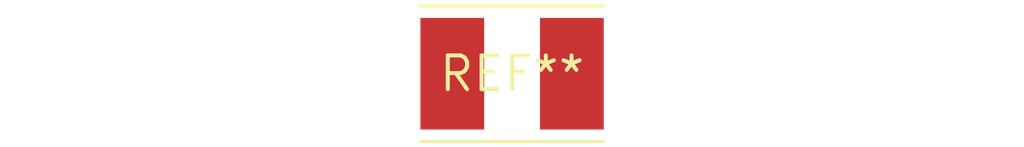
<source format=kicad_pcb>
(kicad_pcb (version 20240108) (generator pcbnew)
  (layers (0 "F.Cu" signal) (31 "B.Cu" signal) (34 "B.Paste" user) (35 "F.Paste" user) (36 "B.SilkS" user "B.Silkscreen") (37 "F.SilkS" user "F.Silkscreen") (38 "B.Mask" user) (39 "F.Mask" user) (44 "Edge.Cuts" user))
  (net 0 "")
  (footprint "L_Taiyo-Yuden_NR-50xx_HandSoldering" (layer "F.Cu") (at 0 0)
    (property "Reference" "REF**")
    (property "Value" "L_Taiyo-Yuden_NR-50xx_HandSoldering")
    (fp_line (start -3.45 -2.55) (end 3.45 -2.55) (layer "F.SilkS") (stroke (width 0.12)))
    (fp_line (start -3.45 2.55) (end 3.45 2.55) (layer "F.SilkS") (stroke (width 0.12)))
    (pad "1" smd rect (at -2.25 0) (size 2.4 4.2) (layers "F.Cu" "F.Paste" "F.Mask"))
    (pad "2" smd rect (at 2.25 0) (size 2.4 4.2) (layers "F.Cu" "F.Paste" "F.Mask"))
  )
)
</source>
